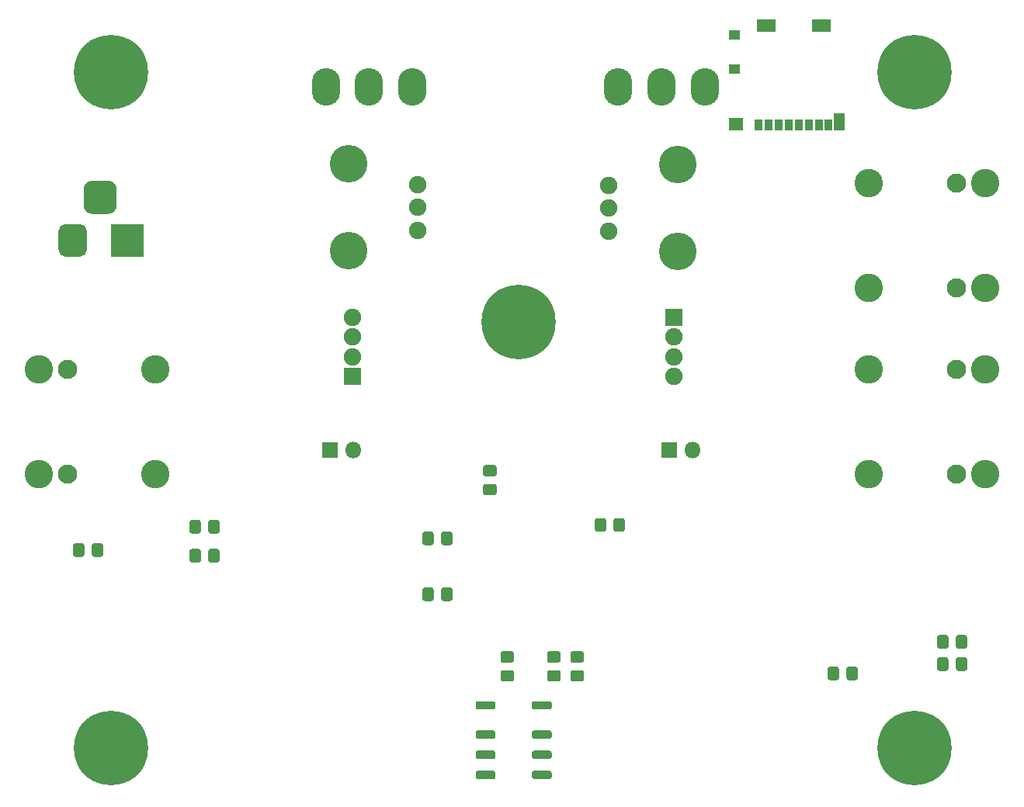
<source format=gbr>
%TF.GenerationSoftware,KiCad,Pcbnew,(5.1.6-0-10_14)*%
%TF.CreationDate,2020-10-19T02:03:32+01:00*%
%TF.ProjectId,CirrusDspPedal,43697272-7573-4447-9370-506564616c2e,rev?*%
%TF.SameCoordinates,Original*%
%TF.FileFunction,Soldermask,Bot*%
%TF.FilePolarity,Negative*%
%FSLAX46Y46*%
G04 Gerber Fmt 4.6, Leading zero omitted, Abs format (unit mm)*
G04 Created by KiCad (PCBNEW (5.1.6-0-10_14)) date 2020-10-19 02:03:32*
%MOMM*%
%LPD*%
G01*
G04 APERTURE LIST*
%ADD10C,1.000000*%
%ADD11C,8.100000*%
%ADD12O,3.100000X4.100000*%
%ADD13O,1.800000X1.800000*%
%ADD14R,1.800000X1.800000*%
%ADD15C,4.100000*%
%ADD16C,1.900000*%
%ADD17R,1.900000X1.900000*%
%ADD18R,2.000000X1.450000*%
%ADD19R,1.300000X1.100000*%
%ADD20R,1.650000X1.450000*%
%ADD21R,1.270000X1.900000*%
%ADD22R,0.950000X1.200000*%
%ADD23R,0.850000X1.200000*%
%ADD24C,3.100000*%
%ADD25C,2.100000*%
%ADD26R,3.600000X3.600000*%
G04 APERTURE END LIST*
D10*
%TO.C,REF\u002A\u002A*%
X151346320Y-86016680D03*
X149225000Y-85138000D03*
X147103680Y-86016680D03*
X146225000Y-88138000D03*
X147103680Y-90259320D03*
X149225000Y-91138000D03*
X151346320Y-90259320D03*
X152225000Y-88138000D03*
D11*
X149225000Y-88138000D03*
%TD*%
D12*
%TO.C,SW4*%
X137585000Y-62484000D03*
X128185000Y-62484000D03*
X132885000Y-62484000D03*
%TD*%
%TO.C,SW3*%
X169465000Y-62484000D03*
X160065000Y-62484000D03*
X164765000Y-62484000D03*
%TD*%
D13*
%TO.C,SW2*%
X168148000Y-102108000D03*
D14*
X165608000Y-102108000D03*
%TD*%
D13*
%TO.C,SW1*%
X131191000Y-102108000D03*
D14*
X128651000Y-102108000D03*
%TD*%
D15*
%TO.C,RV2*%
X130676000Y-70902000D03*
X130676000Y-80402000D03*
D16*
X138176000Y-73152000D03*
X138176000Y-75652000D03*
X138176000Y-78152000D03*
%TD*%
D15*
%TO.C,RV1*%
X166504000Y-80482000D03*
X166504000Y-70982000D03*
D16*
X159004000Y-78232000D03*
X159004000Y-75732000D03*
X159004000Y-73232000D03*
%TD*%
%TO.C,LED2*%
X166116000Y-94107000D03*
X166116000Y-91948000D03*
X166116000Y-89789000D03*
D17*
X166116000Y-87630000D03*
%TD*%
D16*
%TO.C,LED1*%
X131064000Y-87630000D03*
X131064000Y-89789000D03*
X131064000Y-91948000D03*
D17*
X131064000Y-94107000D03*
%TD*%
%TO.C,L1*%
G36*
G01*
X140735000Y-118334262D02*
X140735000Y-117377738D01*
G75*
G02*
X141006738Y-117106000I271738J0D01*
G01*
X141713262Y-117106000D01*
G75*
G02*
X141985000Y-117377738I0J-271738D01*
G01*
X141985000Y-118334262D01*
G75*
G02*
X141713262Y-118606000I-271738J0D01*
G01*
X141006738Y-118606000D01*
G75*
G02*
X140735000Y-118334262I0J271738D01*
G01*
G37*
G36*
G01*
X138685000Y-118334262D02*
X138685000Y-117377738D01*
G75*
G02*
X138956738Y-117106000I271738J0D01*
G01*
X139663262Y-117106000D01*
G75*
G02*
X139935000Y-117377738I0J-271738D01*
G01*
X139935000Y-118334262D01*
G75*
G02*
X139663262Y-118606000I-271738J0D01*
G01*
X138956738Y-118606000D01*
G75*
G02*
X138685000Y-118334262I0J271738D01*
G01*
G37*
%TD*%
%TO.C,K1*%
G36*
G01*
X152794500Y-129751000D02*
X152794500Y-130201000D01*
G75*
G02*
X152569500Y-130426000I-225000J0D01*
G01*
X150859500Y-130426000D01*
G75*
G02*
X150634500Y-130201000I0J225000D01*
G01*
X150634500Y-129751000D01*
G75*
G02*
X150859500Y-129526000I225000J0D01*
G01*
X152569500Y-129526000D01*
G75*
G02*
X152794500Y-129751000I0J-225000D01*
G01*
G37*
G36*
G01*
X152794500Y-132951000D02*
X152794500Y-133401000D01*
G75*
G02*
X152569500Y-133626000I-225000J0D01*
G01*
X150859500Y-133626000D01*
G75*
G02*
X150634500Y-133401000I0J225000D01*
G01*
X150634500Y-132951000D01*
G75*
G02*
X150859500Y-132726000I225000J0D01*
G01*
X152569500Y-132726000D01*
G75*
G02*
X152794500Y-132951000I0J-225000D01*
G01*
G37*
G36*
G01*
X152794500Y-135151000D02*
X152794500Y-135601000D01*
G75*
G02*
X152569500Y-135826000I-225000J0D01*
G01*
X150859500Y-135826000D01*
G75*
G02*
X150634500Y-135601000I0J225000D01*
G01*
X150634500Y-135151000D01*
G75*
G02*
X150859500Y-134926000I225000J0D01*
G01*
X152569500Y-134926000D01*
G75*
G02*
X152794500Y-135151000I0J-225000D01*
G01*
G37*
G36*
G01*
X152794500Y-137351000D02*
X152794500Y-137801000D01*
G75*
G02*
X152569500Y-138026000I-225000J0D01*
G01*
X150859500Y-138026000D01*
G75*
G02*
X150634500Y-137801000I0J225000D01*
G01*
X150634500Y-137351000D01*
G75*
G02*
X150859500Y-137126000I225000J0D01*
G01*
X152569500Y-137126000D01*
G75*
G02*
X152794500Y-137351000I0J-225000D01*
G01*
G37*
G36*
G01*
X146654500Y-137351000D02*
X146654500Y-137801000D01*
G75*
G02*
X146429500Y-138026000I-225000J0D01*
G01*
X144719500Y-138026000D01*
G75*
G02*
X144494500Y-137801000I0J225000D01*
G01*
X144494500Y-137351000D01*
G75*
G02*
X144719500Y-137126000I225000J0D01*
G01*
X146429500Y-137126000D01*
G75*
G02*
X146654500Y-137351000I0J-225000D01*
G01*
G37*
G36*
G01*
X146654500Y-135151000D02*
X146654500Y-135601000D01*
G75*
G02*
X146429500Y-135826000I-225000J0D01*
G01*
X144719500Y-135826000D01*
G75*
G02*
X144494500Y-135601000I0J225000D01*
G01*
X144494500Y-135151000D01*
G75*
G02*
X144719500Y-134926000I225000J0D01*
G01*
X146429500Y-134926000D01*
G75*
G02*
X146654500Y-135151000I0J-225000D01*
G01*
G37*
G36*
G01*
X146654500Y-132951000D02*
X146654500Y-133401000D01*
G75*
G02*
X146429500Y-133626000I-225000J0D01*
G01*
X144719500Y-133626000D01*
G75*
G02*
X144494500Y-133401000I0J225000D01*
G01*
X144494500Y-132951000D01*
G75*
G02*
X144719500Y-132726000I225000J0D01*
G01*
X146429500Y-132726000D01*
G75*
G02*
X146654500Y-132951000I0J-225000D01*
G01*
G37*
G36*
G01*
X146654500Y-129751000D02*
X146654500Y-130201000D01*
G75*
G02*
X146429500Y-130426000I-225000J0D01*
G01*
X144719500Y-130426000D01*
G75*
G02*
X144494500Y-130201000I0J225000D01*
G01*
X144494500Y-129751000D01*
G75*
G02*
X144719500Y-129526000I225000J0D01*
G01*
X146429500Y-129526000D01*
G75*
G02*
X146654500Y-129751000I0J-225000D01*
G01*
G37*
%TD*%
D18*
%TO.C,J6*%
X182165000Y-55839000D03*
X176195000Y-55839000D03*
D19*
X172695000Y-60514000D03*
X172695000Y-56814000D03*
D20*
X172870000Y-66539000D03*
D21*
X184190000Y-66314000D03*
D22*
X181930000Y-66664000D03*
X180830000Y-66664000D03*
X179730000Y-66664000D03*
X178630000Y-66664000D03*
X177530000Y-66664000D03*
X176430000Y-66664000D03*
D23*
X182980000Y-66664000D03*
D22*
X175330000Y-66664000D03*
%TD*%
D24*
%TO.C,J5*%
X187388500Y-84455000D03*
X187388500Y-73025000D03*
X200088500Y-73025000D03*
X200088500Y-84455000D03*
D25*
X196913500Y-84455000D03*
X196913500Y-73025000D03*
%TD*%
%TO.C,J4*%
G36*
G01*
X101753000Y-75448000D02*
X101753000Y-73648000D01*
G75*
G02*
X102653000Y-72748000I900000J0D01*
G01*
X104453000Y-72748000D01*
G75*
G02*
X105353000Y-73648000I0J-900000D01*
G01*
X105353000Y-75448000D01*
G75*
G02*
X104453000Y-76348000I-900000J0D01*
G01*
X102653000Y-76348000D01*
G75*
G02*
X101753000Y-75448000I0J900000D01*
G01*
G37*
G36*
G01*
X99003000Y-80273000D02*
X99003000Y-78223000D01*
G75*
G02*
X99778000Y-77448000I775000J0D01*
G01*
X101328000Y-77448000D01*
G75*
G02*
X102103000Y-78223000I0J-775000D01*
G01*
X102103000Y-80273000D01*
G75*
G02*
X101328000Y-81048000I-775000J0D01*
G01*
X99778000Y-81048000D01*
G75*
G02*
X99003000Y-80273000I0J775000D01*
G01*
G37*
D26*
X106553000Y-79248000D03*
%TD*%
D24*
%TO.C,J2*%
X109537500Y-93345000D03*
X109537500Y-104775000D03*
X96837500Y-104775000D03*
X96837500Y-93345000D03*
D25*
X100012500Y-93345000D03*
X100012500Y-104775000D03*
%TD*%
D24*
%TO.C,J1*%
X187388500Y-104775000D03*
X187388500Y-93345000D03*
X200088500Y-93345000D03*
X200088500Y-104775000D03*
D25*
X196913500Y-104775000D03*
X196913500Y-93345000D03*
%TD*%
%TO.C,C33*%
G36*
G01*
X158731000Y-109821238D02*
X158731000Y-110777762D01*
G75*
G02*
X158459262Y-111049500I-271738J0D01*
G01*
X157752738Y-111049500D01*
G75*
G02*
X157481000Y-110777762I0J271738D01*
G01*
X157481000Y-109821238D01*
G75*
G02*
X157752738Y-109549500I271738J0D01*
G01*
X158459262Y-109549500D01*
G75*
G02*
X158731000Y-109821238I0J-271738D01*
G01*
G37*
G36*
G01*
X160781000Y-109821238D02*
X160781000Y-110777762D01*
G75*
G02*
X160509262Y-111049500I-271738J0D01*
G01*
X159802738Y-111049500D01*
G75*
G02*
X159531000Y-110777762I0J271738D01*
G01*
X159531000Y-109821238D01*
G75*
G02*
X159802738Y-109549500I271738J0D01*
G01*
X160509262Y-109549500D01*
G75*
G02*
X160781000Y-109821238I0J-271738D01*
G01*
G37*
%TD*%
%TO.C,C22*%
G36*
G01*
X153513262Y-125330000D02*
X152556738Y-125330000D01*
G75*
G02*
X152285000Y-125058262I0J271738D01*
G01*
X152285000Y-124351738D01*
G75*
G02*
X152556738Y-124080000I271738J0D01*
G01*
X153513262Y-124080000D01*
G75*
G02*
X153785000Y-124351738I0J-271738D01*
G01*
X153785000Y-125058262D01*
G75*
G02*
X153513262Y-125330000I-271738J0D01*
G01*
G37*
G36*
G01*
X153513262Y-127380000D02*
X152556738Y-127380000D01*
G75*
G02*
X152285000Y-127108262I0J271738D01*
G01*
X152285000Y-126401738D01*
G75*
G02*
X152556738Y-126130000I271738J0D01*
G01*
X153513262Y-126130000D01*
G75*
G02*
X153785000Y-126401738I0J-271738D01*
G01*
X153785000Y-127108262D01*
G75*
G02*
X153513262Y-127380000I-271738J0D01*
G01*
G37*
%TD*%
%TO.C,C21*%
G36*
G01*
X146528262Y-105010000D02*
X145571738Y-105010000D01*
G75*
G02*
X145300000Y-104738262I0J271738D01*
G01*
X145300000Y-104031738D01*
G75*
G02*
X145571738Y-103760000I271738J0D01*
G01*
X146528262Y-103760000D01*
G75*
G02*
X146800000Y-104031738I0J-271738D01*
G01*
X146800000Y-104738262D01*
G75*
G02*
X146528262Y-105010000I-271738J0D01*
G01*
G37*
G36*
G01*
X146528262Y-107060000D02*
X145571738Y-107060000D01*
G75*
G02*
X145300000Y-106788262I0J271738D01*
G01*
X145300000Y-106081738D01*
G75*
G02*
X145571738Y-105810000I271738J0D01*
G01*
X146528262Y-105810000D01*
G75*
G02*
X146800000Y-106081738I0J-271738D01*
G01*
X146800000Y-106788262D01*
G75*
G02*
X146528262Y-107060000I-271738J0D01*
G01*
G37*
%TD*%
%TO.C,C20*%
G36*
G01*
X147476738Y-126130000D02*
X148433262Y-126130000D01*
G75*
G02*
X148705000Y-126401738I0J-271738D01*
G01*
X148705000Y-127108262D01*
G75*
G02*
X148433262Y-127380000I-271738J0D01*
G01*
X147476738Y-127380000D01*
G75*
G02*
X147205000Y-127108262I0J271738D01*
G01*
X147205000Y-126401738D01*
G75*
G02*
X147476738Y-126130000I271738J0D01*
G01*
G37*
G36*
G01*
X147476738Y-124080000D02*
X148433262Y-124080000D01*
G75*
G02*
X148705000Y-124351738I0J-271738D01*
G01*
X148705000Y-125058262D01*
G75*
G02*
X148433262Y-125330000I-271738J0D01*
G01*
X147476738Y-125330000D01*
G75*
G02*
X147205000Y-125058262I0J271738D01*
G01*
X147205000Y-124351738D01*
G75*
G02*
X147476738Y-124080000I271738J0D01*
G01*
G37*
%TD*%
%TO.C,C19*%
G36*
G01*
X155096738Y-126130000D02*
X156053262Y-126130000D01*
G75*
G02*
X156325000Y-126401738I0J-271738D01*
G01*
X156325000Y-127108262D01*
G75*
G02*
X156053262Y-127380000I-271738J0D01*
G01*
X155096738Y-127380000D01*
G75*
G02*
X154825000Y-127108262I0J271738D01*
G01*
X154825000Y-126401738D01*
G75*
G02*
X155096738Y-126130000I271738J0D01*
G01*
G37*
G36*
G01*
X155096738Y-124080000D02*
X156053262Y-124080000D01*
G75*
G02*
X156325000Y-124351738I0J-271738D01*
G01*
X156325000Y-125058262D01*
G75*
G02*
X156053262Y-125330000I-271738J0D01*
G01*
X155096738Y-125330000D01*
G75*
G02*
X154825000Y-125058262I0J271738D01*
G01*
X154825000Y-124351738D01*
G75*
G02*
X155096738Y-124080000I271738J0D01*
G01*
G37*
%TD*%
%TO.C,C18*%
G36*
G01*
X139935000Y-111281738D02*
X139935000Y-112238262D01*
G75*
G02*
X139663262Y-112510000I-271738J0D01*
G01*
X138956738Y-112510000D01*
G75*
G02*
X138685000Y-112238262I0J271738D01*
G01*
X138685000Y-111281738D01*
G75*
G02*
X138956738Y-111010000I271738J0D01*
G01*
X139663262Y-111010000D01*
G75*
G02*
X139935000Y-111281738I0J-271738D01*
G01*
G37*
G36*
G01*
X141985000Y-111281738D02*
X141985000Y-112238262D01*
G75*
G02*
X141713262Y-112510000I-271738J0D01*
G01*
X141006738Y-112510000D01*
G75*
G02*
X140735000Y-112238262I0J271738D01*
G01*
X140735000Y-111281738D01*
G75*
G02*
X141006738Y-111010000I271738J0D01*
G01*
X141713262Y-111010000D01*
G75*
G02*
X141985000Y-111281738I0J-271738D01*
G01*
G37*
%TD*%
%TO.C,C13*%
G36*
G01*
X101835000Y-112551738D02*
X101835000Y-113508262D01*
G75*
G02*
X101563262Y-113780000I-271738J0D01*
G01*
X100856738Y-113780000D01*
G75*
G02*
X100585000Y-113508262I0J271738D01*
G01*
X100585000Y-112551738D01*
G75*
G02*
X100856738Y-112280000I271738J0D01*
G01*
X101563262Y-112280000D01*
G75*
G02*
X101835000Y-112551738I0J-271738D01*
G01*
G37*
G36*
G01*
X103885000Y-112551738D02*
X103885000Y-113508262D01*
G75*
G02*
X103613262Y-113780000I-271738J0D01*
G01*
X102906738Y-113780000D01*
G75*
G02*
X102635000Y-113508262I0J271738D01*
G01*
X102635000Y-112551738D01*
G75*
G02*
X102906738Y-112280000I271738J0D01*
G01*
X103613262Y-112280000D01*
G75*
G02*
X103885000Y-112551738I0J-271738D01*
G01*
G37*
%TD*%
%TO.C,C11*%
G36*
G01*
X115335000Y-110968262D02*
X115335000Y-110011738D01*
G75*
G02*
X115606738Y-109740000I271738J0D01*
G01*
X116313262Y-109740000D01*
G75*
G02*
X116585000Y-110011738I0J-271738D01*
G01*
X116585000Y-110968262D01*
G75*
G02*
X116313262Y-111240000I-271738J0D01*
G01*
X115606738Y-111240000D01*
G75*
G02*
X115335000Y-110968262I0J271738D01*
G01*
G37*
G36*
G01*
X113285000Y-110968262D02*
X113285000Y-110011738D01*
G75*
G02*
X113556738Y-109740000I271738J0D01*
G01*
X114263262Y-109740000D01*
G75*
G02*
X114535000Y-110011738I0J-271738D01*
G01*
X114535000Y-110968262D01*
G75*
G02*
X114263262Y-111240000I-271738J0D01*
G01*
X113556738Y-111240000D01*
G75*
G02*
X113285000Y-110968262I0J271738D01*
G01*
G37*
%TD*%
%TO.C,C10*%
G36*
G01*
X115335000Y-114143262D02*
X115335000Y-113186738D01*
G75*
G02*
X115606738Y-112915000I271738J0D01*
G01*
X116313262Y-112915000D01*
G75*
G02*
X116585000Y-113186738I0J-271738D01*
G01*
X116585000Y-114143262D01*
G75*
G02*
X116313262Y-114415000I-271738J0D01*
G01*
X115606738Y-114415000D01*
G75*
G02*
X115335000Y-114143262I0J271738D01*
G01*
G37*
G36*
G01*
X113285000Y-114143262D02*
X113285000Y-113186738D01*
G75*
G02*
X113556738Y-112915000I271738J0D01*
G01*
X114263262Y-112915000D01*
G75*
G02*
X114535000Y-113186738I0J-271738D01*
G01*
X114535000Y-114143262D01*
G75*
G02*
X114263262Y-114415000I-271738J0D01*
G01*
X113556738Y-114415000D01*
G75*
G02*
X113285000Y-114143262I0J271738D01*
G01*
G37*
%TD*%
%TO.C,C3*%
G36*
G01*
X184131000Y-126013738D02*
X184131000Y-126970262D01*
G75*
G02*
X183859262Y-127242000I-271738J0D01*
G01*
X183152738Y-127242000D01*
G75*
G02*
X182881000Y-126970262I0J271738D01*
G01*
X182881000Y-126013738D01*
G75*
G02*
X183152738Y-125742000I271738J0D01*
G01*
X183859262Y-125742000D01*
G75*
G02*
X184131000Y-126013738I0J-271738D01*
G01*
G37*
G36*
G01*
X186181000Y-126013738D02*
X186181000Y-126970262D01*
G75*
G02*
X185909262Y-127242000I-271738J0D01*
G01*
X185202738Y-127242000D01*
G75*
G02*
X184931000Y-126970262I0J271738D01*
G01*
X184931000Y-126013738D01*
G75*
G02*
X185202738Y-125742000I271738J0D01*
G01*
X185909262Y-125742000D01*
G75*
G02*
X186181000Y-126013738I0J-271738D01*
G01*
G37*
%TD*%
%TO.C,C2*%
G36*
G01*
X196869000Y-125954262D02*
X196869000Y-124997738D01*
G75*
G02*
X197140738Y-124726000I271738J0D01*
G01*
X197847262Y-124726000D01*
G75*
G02*
X198119000Y-124997738I0J-271738D01*
G01*
X198119000Y-125954262D01*
G75*
G02*
X197847262Y-126226000I-271738J0D01*
G01*
X197140738Y-126226000D01*
G75*
G02*
X196869000Y-125954262I0J271738D01*
G01*
G37*
G36*
G01*
X194819000Y-125954262D02*
X194819000Y-124997738D01*
G75*
G02*
X195090738Y-124726000I271738J0D01*
G01*
X195797262Y-124726000D01*
G75*
G02*
X196069000Y-124997738I0J-271738D01*
G01*
X196069000Y-125954262D01*
G75*
G02*
X195797262Y-126226000I-271738J0D01*
G01*
X195090738Y-126226000D01*
G75*
G02*
X194819000Y-125954262I0J271738D01*
G01*
G37*
%TD*%
%TO.C,C1*%
G36*
G01*
X196869000Y-123541262D02*
X196869000Y-122584738D01*
G75*
G02*
X197140738Y-122313000I271738J0D01*
G01*
X197847262Y-122313000D01*
G75*
G02*
X198119000Y-122584738I0J-271738D01*
G01*
X198119000Y-123541262D01*
G75*
G02*
X197847262Y-123813000I-271738J0D01*
G01*
X197140738Y-123813000D01*
G75*
G02*
X196869000Y-123541262I0J271738D01*
G01*
G37*
G36*
G01*
X194819000Y-123541262D02*
X194819000Y-122584738D01*
G75*
G02*
X195090738Y-122313000I271738J0D01*
G01*
X195797262Y-122313000D01*
G75*
G02*
X196069000Y-122584738I0J-271738D01*
G01*
X196069000Y-123541262D01*
G75*
G02*
X195797262Y-123813000I-271738J0D01*
G01*
X195090738Y-123813000D01*
G75*
G02*
X194819000Y-123541262I0J271738D01*
G01*
G37*
%TD*%
D11*
%TO.C,REF\u002A\u002A*%
X192405000Y-60896500D03*
D10*
X195405000Y-60896500D03*
X194526320Y-63017820D03*
X192405000Y-63896500D03*
X190283680Y-63017820D03*
X189405000Y-60896500D03*
X190283680Y-58775180D03*
X192405000Y-57896500D03*
X194526320Y-58775180D03*
%TD*%
D11*
%TO.C,REF\u002A\u002A*%
X104775000Y-60896500D03*
D10*
X107775000Y-60896500D03*
X106896320Y-63017820D03*
X104775000Y-63896500D03*
X102653680Y-63017820D03*
X101775000Y-60896500D03*
X102653680Y-58775180D03*
X104775000Y-57896500D03*
X106896320Y-58775180D03*
%TD*%
D11*
%TO.C,REF\u002A\u002A*%
X104775000Y-134620000D03*
D10*
X107775000Y-134620000D03*
X106896320Y-136741320D03*
X104775000Y-137620000D03*
X102653680Y-136741320D03*
X101775000Y-134620000D03*
X102653680Y-132498680D03*
X104775000Y-131620000D03*
X106896320Y-132498680D03*
%TD*%
%TO.C,REF\u002A\u002A*%
X194526320Y-132498680D03*
X192405000Y-131620000D03*
X190283680Y-132498680D03*
X189405000Y-134620000D03*
X190283680Y-136741320D03*
X192405000Y-137620000D03*
X194526320Y-136741320D03*
X195405000Y-134620000D03*
D11*
X192405000Y-134620000D03*
%TD*%
M02*

</source>
